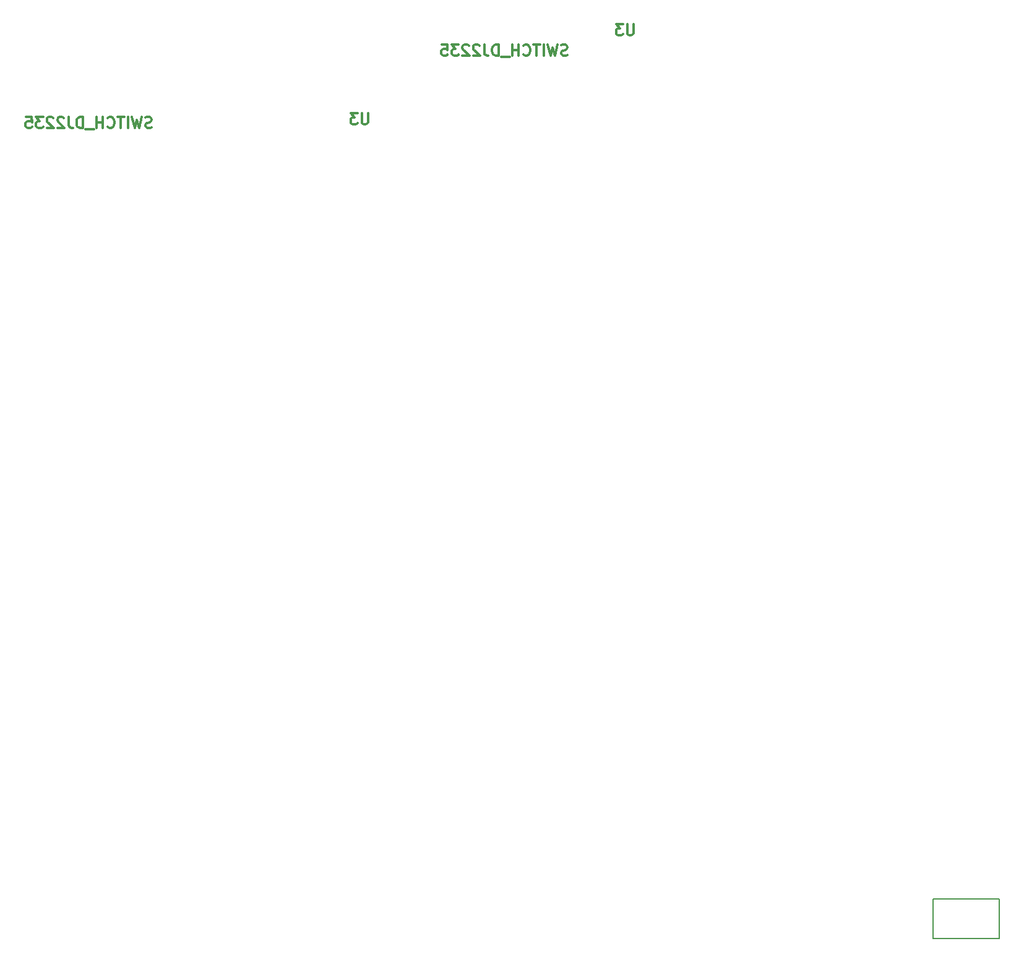
<source format=gbo>
G04 (created by PCBNEW (2013-mar-13)-testing) date Tue 09 Apr 2013 04:17:54 PM CEST*
%MOIN*%
G04 Gerber Fmt 3.4, Leading zero omitted, Abs format*
%FSLAX34Y34*%
G01*
G70*
G90*
G04 APERTURE LIST*
%ADD10C,0.00393701*%
%ADD11C,0.0079*%
%ADD12C,0.012*%
%ADD13R,0.074848X0.074848*%
%ADD14C,0.074848*%
%ADD15C,0.155748*%
%ADD16C,0.0708661*%
%ADD17R,0.075748X0.075748*%
%ADD18C,0.075748*%
%ADD19R,0.070748X0.070748*%
%ADD20C,0.070748*%
%ADD21C,0.061748*%
%ADD22C,0.085748*%
%ADD23R,0.071748X0.071748*%
%ADD24C,0.071748*%
%ADD25C,0.0826772*%
%ADD26C,0.094448*%
%ADD27C,0.055148*%
%ADD28C,0.115748*%
%ADD29C,0.047748*%
G04 APERTURE END LIST*
G54D10*
G54D11*
X48449Y-24405D02*
X44905Y-24405D01*
X44905Y-24405D02*
X44905Y-26531D01*
X44905Y-26531D02*
X48449Y-26531D01*
X48449Y-26531D02*
X48449Y-24405D01*
X48449Y-24405D02*
X44905Y-24405D01*
X44905Y-24405D02*
X44905Y-26531D01*
X44905Y-26531D02*
X48449Y-26531D01*
X48449Y-26531D02*
X48449Y-24405D01*
G54D12*
X28757Y22757D02*
X28757Y22271D01*
X28728Y22214D01*
X28700Y22185D01*
X28642Y22157D01*
X28528Y22157D01*
X28471Y22185D01*
X28442Y22214D01*
X28414Y22271D01*
X28414Y22757D01*
X28185Y22757D02*
X27814Y22757D01*
X28014Y22528D01*
X27928Y22528D01*
X27871Y22500D01*
X27842Y22471D01*
X27814Y22414D01*
X27814Y22271D01*
X27842Y22214D01*
X27871Y22185D01*
X27928Y22157D01*
X28100Y22157D01*
X28157Y22185D01*
X28185Y22214D01*
X25200Y21085D02*
X25114Y21057D01*
X24971Y21057D01*
X24914Y21085D01*
X24885Y21114D01*
X24857Y21171D01*
X24857Y21228D01*
X24885Y21285D01*
X24914Y21314D01*
X24971Y21342D01*
X25085Y21371D01*
X25142Y21400D01*
X25171Y21428D01*
X25200Y21485D01*
X25200Y21542D01*
X25171Y21600D01*
X25142Y21628D01*
X25085Y21657D01*
X24942Y21657D01*
X24857Y21628D01*
X24657Y21657D02*
X24514Y21057D01*
X24400Y21485D01*
X24285Y21057D01*
X24142Y21657D01*
X23914Y21057D02*
X23914Y21657D01*
X23714Y21657D02*
X23371Y21657D01*
X23542Y21057D02*
X23542Y21657D01*
X22828Y21114D02*
X22857Y21085D01*
X22942Y21057D01*
X23000Y21057D01*
X23085Y21085D01*
X23142Y21142D01*
X23171Y21200D01*
X23200Y21314D01*
X23200Y21400D01*
X23171Y21514D01*
X23142Y21571D01*
X23085Y21628D01*
X23000Y21657D01*
X22942Y21657D01*
X22857Y21628D01*
X22828Y21600D01*
X22571Y21057D02*
X22571Y21657D01*
X22571Y21371D02*
X22228Y21371D01*
X22228Y21057D02*
X22228Y21657D01*
X22085Y21000D02*
X21628Y21000D01*
X21485Y21057D02*
X21485Y21657D01*
X21342Y21657D01*
X21257Y21628D01*
X21200Y21571D01*
X21171Y21514D01*
X21142Y21400D01*
X21142Y21314D01*
X21171Y21200D01*
X21200Y21142D01*
X21257Y21085D01*
X21342Y21057D01*
X21485Y21057D01*
X20714Y21657D02*
X20714Y21228D01*
X20742Y21142D01*
X20800Y21085D01*
X20885Y21057D01*
X20942Y21057D01*
X20457Y21600D02*
X20428Y21628D01*
X20371Y21657D01*
X20228Y21657D01*
X20171Y21628D01*
X20142Y21600D01*
X20114Y21542D01*
X20114Y21485D01*
X20142Y21400D01*
X20485Y21057D01*
X20114Y21057D01*
X19885Y21600D02*
X19857Y21628D01*
X19800Y21657D01*
X19657Y21657D01*
X19600Y21628D01*
X19571Y21600D01*
X19542Y21542D01*
X19542Y21485D01*
X19571Y21400D01*
X19914Y21057D01*
X19542Y21057D01*
X19342Y21657D02*
X18971Y21657D01*
X19171Y21428D01*
X19085Y21428D01*
X19028Y21400D01*
X19000Y21371D01*
X18971Y21314D01*
X18971Y21171D01*
X19000Y21114D01*
X19028Y21085D01*
X19085Y21057D01*
X19257Y21057D01*
X19314Y21085D01*
X19342Y21114D01*
X18428Y21657D02*
X18714Y21657D01*
X18742Y21371D01*
X18714Y21400D01*
X18657Y21428D01*
X18514Y21428D01*
X18457Y21400D01*
X18428Y21371D01*
X18399Y21314D01*
X18399Y21171D01*
X18428Y21114D01*
X18457Y21085D01*
X18514Y21057D01*
X18657Y21057D01*
X18714Y21085D01*
X18742Y21114D01*
X14457Y17957D02*
X14457Y17471D01*
X14428Y17414D01*
X14400Y17385D01*
X14342Y17357D01*
X14228Y17357D01*
X14171Y17385D01*
X14142Y17414D01*
X14114Y17471D01*
X14114Y17957D01*
X13885Y17957D02*
X13514Y17957D01*
X13714Y17728D01*
X13628Y17728D01*
X13571Y17700D01*
X13542Y17671D01*
X13514Y17614D01*
X13514Y17471D01*
X13542Y17414D01*
X13571Y17385D01*
X13628Y17357D01*
X13800Y17357D01*
X13857Y17385D01*
X13885Y17414D01*
X2800Y17185D02*
X2714Y17157D01*
X2571Y17157D01*
X2514Y17185D01*
X2485Y17214D01*
X2457Y17271D01*
X2457Y17328D01*
X2485Y17385D01*
X2514Y17414D01*
X2571Y17442D01*
X2685Y17471D01*
X2742Y17500D01*
X2771Y17528D01*
X2800Y17585D01*
X2800Y17642D01*
X2771Y17700D01*
X2742Y17728D01*
X2685Y17757D01*
X2542Y17757D01*
X2457Y17728D01*
X2257Y17757D02*
X2114Y17157D01*
X2000Y17585D01*
X1885Y17157D01*
X1742Y17757D01*
X1514Y17157D02*
X1514Y17757D01*
X1314Y17757D02*
X971Y17757D01*
X1142Y17157D02*
X1142Y17757D01*
X428Y17214D02*
X457Y17185D01*
X542Y17157D01*
X600Y17157D01*
X685Y17185D01*
X742Y17242D01*
X771Y17300D01*
X800Y17414D01*
X800Y17500D01*
X771Y17614D01*
X742Y17671D01*
X685Y17728D01*
X600Y17757D01*
X542Y17757D01*
X457Y17728D01*
X428Y17700D01*
X171Y17157D02*
X171Y17757D01*
X171Y17471D02*
X-171Y17471D01*
X-171Y17157D02*
X-171Y17757D01*
X-314Y17100D02*
X-771Y17100D01*
X-914Y17157D02*
X-914Y17757D01*
X-1057Y17757D01*
X-1142Y17728D01*
X-1199Y17671D01*
X-1228Y17614D01*
X-1257Y17500D01*
X-1257Y17414D01*
X-1228Y17300D01*
X-1199Y17242D01*
X-1142Y17185D01*
X-1057Y17157D01*
X-914Y17157D01*
X-1685Y17757D02*
X-1685Y17328D01*
X-1657Y17242D01*
X-1599Y17185D01*
X-1514Y17157D01*
X-1457Y17157D01*
X-1942Y17700D02*
X-1971Y17728D01*
X-2028Y17757D01*
X-2171Y17757D01*
X-2228Y17728D01*
X-2257Y17700D01*
X-2285Y17642D01*
X-2285Y17585D01*
X-2257Y17500D01*
X-1914Y17157D01*
X-2285Y17157D01*
X-2514Y17700D02*
X-2542Y17728D01*
X-2600Y17757D01*
X-2742Y17757D01*
X-2800Y17728D01*
X-2828Y17700D01*
X-2857Y17642D01*
X-2857Y17585D01*
X-2828Y17500D01*
X-2485Y17157D01*
X-2857Y17157D01*
X-3057Y17757D02*
X-3428Y17757D01*
X-3228Y17528D01*
X-3314Y17528D01*
X-3371Y17500D01*
X-3400Y17471D01*
X-3428Y17414D01*
X-3428Y17271D01*
X-3400Y17214D01*
X-3371Y17185D01*
X-3314Y17157D01*
X-3142Y17157D01*
X-3085Y17185D01*
X-3057Y17214D01*
X-3971Y17757D02*
X-3685Y17757D01*
X-3657Y17471D01*
X-3685Y17500D01*
X-3742Y17528D01*
X-3885Y17528D01*
X-3942Y17500D01*
X-3971Y17471D01*
X-4000Y17414D01*
X-4000Y17271D01*
X-3971Y17214D01*
X-3942Y17185D01*
X-3885Y17157D01*
X-3742Y17157D01*
X-3685Y17185D01*
X-3657Y17214D01*
%LPC*%
G54D13*
X28000Y-29000D03*
G54D14*
X27000Y-29000D03*
X26000Y-29000D03*
X25000Y-29000D03*
X24000Y-29000D03*
X23000Y-29000D03*
X22000Y-29000D03*
X21000Y-29000D03*
X20000Y-29000D03*
X19000Y-29000D03*
X18000Y-29000D03*
X17000Y-29000D03*
X16000Y-29000D03*
X15000Y-29000D03*
G54D13*
X31000Y-13000D03*
G54D14*
X31000Y-14000D03*
X31000Y-15000D03*
X31000Y-16000D03*
X31000Y-17000D03*
X31000Y-18000D03*
X31000Y-19000D03*
X31000Y-20000D03*
X31000Y-21000D03*
X31000Y-22000D03*
X31000Y-23000D03*
X31000Y-24000D03*
X31000Y-25000D03*
X31000Y-26000D03*
G54D13*
X13000Y-26000D03*
G54D14*
X13000Y-25000D03*
X13000Y-24000D03*
X13000Y-23000D03*
X13000Y-22000D03*
X13000Y-21000D03*
X13000Y-20000D03*
X13000Y-19000D03*
X13000Y-18000D03*
X13000Y-17000D03*
X13000Y-16000D03*
X13000Y-15000D03*
X13000Y-14000D03*
X13000Y-13000D03*
G54D13*
X12000Y-26000D03*
G54D14*
X12000Y-25000D03*
X12000Y-24000D03*
X12000Y-23000D03*
X12000Y-22000D03*
X12000Y-21000D03*
X12000Y-20000D03*
X12000Y-19000D03*
X12000Y-18000D03*
X12000Y-17000D03*
X12000Y-16000D03*
X12000Y-15000D03*
X12000Y-14000D03*
X12000Y-13000D03*
G54D13*
X30000Y-13000D03*
G54D14*
X30000Y-14000D03*
X30000Y-15000D03*
X30000Y-16000D03*
X30000Y-17000D03*
X30000Y-18000D03*
X30000Y-19000D03*
X30000Y-20000D03*
X30000Y-21000D03*
X30000Y-22000D03*
X30000Y-23000D03*
X30000Y-24000D03*
X30000Y-25000D03*
X30000Y-26000D03*
G54D13*
X28000Y-28000D03*
G54D14*
X27000Y-28000D03*
X26000Y-28000D03*
X25000Y-28000D03*
X24000Y-28000D03*
X23000Y-28000D03*
X22000Y-28000D03*
X21000Y-28000D03*
X20000Y-28000D03*
X19000Y-28000D03*
X18000Y-28000D03*
X17000Y-28000D03*
X16000Y-28000D03*
X15000Y-28000D03*
G54D15*
X12000Y-29000D03*
X31000Y-10000D03*
G54D16*
X28500Y-25750D03*
X28000Y-26250D03*
X27500Y-25750D03*
X26000Y-25750D03*
X25500Y-26250D03*
X25000Y-25750D03*
G54D17*
X20000Y-21600D03*
G54D18*
X20000Y-22600D03*
X20000Y-23600D03*
X20000Y-24600D03*
X23000Y-24600D03*
X23000Y-23600D03*
X23000Y-22600D03*
X23000Y-21600D03*
G54D19*
X15500Y-26000D03*
G54D20*
X16500Y-26000D03*
X17500Y-26000D03*
G54D17*
X25000Y-20500D03*
G54D18*
X26000Y-20500D03*
G54D17*
X17000Y-15500D03*
G54D18*
X18000Y-15500D03*
G54D17*
X28500Y-20500D03*
G54D18*
X28500Y-21500D03*
G54D17*
X28500Y-23000D03*
G54D18*
X28500Y-24000D03*
G54D17*
X25500Y-24000D03*
G54D18*
X25500Y-23000D03*
G54D17*
X25000Y-15500D03*
G54D18*
X26000Y-15500D03*
G54D17*
X17000Y-20500D03*
G54D18*
X18000Y-20500D03*
G54D21*
X16614Y-18885D03*
X17500Y-18885D03*
X18385Y-18885D03*
X18385Y-17114D03*
X16614Y-17114D03*
G54D22*
X19074Y-18000D03*
X15925Y-18000D03*
G54D21*
X26385Y-17114D03*
X25500Y-17114D03*
X24614Y-17114D03*
X24614Y-18885D03*
X26385Y-18885D03*
G54D22*
X23925Y-18000D03*
X27074Y-18000D03*
G54D23*
X24000Y-12000D03*
G54D24*
X27000Y-12000D03*
G54D23*
X16000Y-12000D03*
G54D24*
X19000Y-12000D03*
G54D14*
X46677Y-24838D03*
X45693Y-24838D03*
X47661Y-24838D03*
X47661Y-26098D03*
X46677Y-26098D03*
X45693Y-26098D03*
G54D17*
X40000Y-26750D03*
G54D18*
X39000Y-26750D03*
G54D25*
X34701Y-21500D03*
X52299Y-21500D03*
X52299Y-15500D03*
X34701Y-15500D03*
G54D15*
X53000Y-10000D03*
X34000Y-29000D03*
G54D17*
X51300Y-25260D03*
G54D18*
X52300Y-25260D03*
G54D13*
X37000Y-10000D03*
G54D14*
X38000Y-10000D03*
X39000Y-10000D03*
X40000Y-10000D03*
X41000Y-10000D03*
X42000Y-10000D03*
X43000Y-10000D03*
X44000Y-10000D03*
X45000Y-10000D03*
X46000Y-10000D03*
X47000Y-10000D03*
X48000Y-10000D03*
X49000Y-10000D03*
X50000Y-10000D03*
G54D13*
X50000Y-29000D03*
G54D14*
X49000Y-29000D03*
X48000Y-29000D03*
X47000Y-29000D03*
X46000Y-29000D03*
X45000Y-29000D03*
X44000Y-29000D03*
X43000Y-29000D03*
X42000Y-29000D03*
X41000Y-29000D03*
X40000Y-29000D03*
X39000Y-29000D03*
X38000Y-29000D03*
X37000Y-29000D03*
G54D13*
X50000Y-28000D03*
G54D14*
X49000Y-28000D03*
X48000Y-28000D03*
X47000Y-28000D03*
X46000Y-28000D03*
X45000Y-28000D03*
X44000Y-28000D03*
X43000Y-28000D03*
X42000Y-28000D03*
X41000Y-28000D03*
X40000Y-28000D03*
X39000Y-28000D03*
X38000Y-28000D03*
X37000Y-28000D03*
G54D13*
X37000Y-11000D03*
G54D14*
X38000Y-11000D03*
X39000Y-11000D03*
X40000Y-11000D03*
X41000Y-11000D03*
X42000Y-11000D03*
X43000Y-11000D03*
X44000Y-11000D03*
X45000Y-11000D03*
X46000Y-11000D03*
X47000Y-11000D03*
X48000Y-11000D03*
X49000Y-11000D03*
X50000Y-11000D03*
G54D13*
X28000Y-29000D03*
G54D14*
X27000Y-29000D03*
X26000Y-29000D03*
X25000Y-29000D03*
X24000Y-29000D03*
X23000Y-29000D03*
X22000Y-29000D03*
X21000Y-29000D03*
X20000Y-29000D03*
X19000Y-29000D03*
X18000Y-29000D03*
X17000Y-29000D03*
X16000Y-29000D03*
X15000Y-29000D03*
G54D13*
X31000Y-13000D03*
G54D14*
X31000Y-14000D03*
X31000Y-15000D03*
X31000Y-16000D03*
X31000Y-17000D03*
X31000Y-18000D03*
X31000Y-19000D03*
X31000Y-20000D03*
X31000Y-21000D03*
X31000Y-22000D03*
X31000Y-23000D03*
X31000Y-24000D03*
X31000Y-25000D03*
X31000Y-26000D03*
G54D13*
X13000Y-26000D03*
G54D14*
X13000Y-25000D03*
X13000Y-24000D03*
X13000Y-23000D03*
X13000Y-22000D03*
X13000Y-21000D03*
X13000Y-20000D03*
X13000Y-19000D03*
X13000Y-18000D03*
X13000Y-17000D03*
X13000Y-16000D03*
X13000Y-15000D03*
X13000Y-14000D03*
X13000Y-13000D03*
G54D13*
X12000Y-26000D03*
G54D14*
X12000Y-25000D03*
X12000Y-24000D03*
X12000Y-23000D03*
X12000Y-22000D03*
X12000Y-21000D03*
X12000Y-20000D03*
X12000Y-19000D03*
X12000Y-18000D03*
X12000Y-17000D03*
X12000Y-16000D03*
X12000Y-15000D03*
X12000Y-14000D03*
X12000Y-13000D03*
G54D13*
X30000Y-13000D03*
G54D14*
X30000Y-14000D03*
X30000Y-15000D03*
X30000Y-16000D03*
X30000Y-17000D03*
X30000Y-18000D03*
X30000Y-19000D03*
X30000Y-20000D03*
X30000Y-21000D03*
X30000Y-22000D03*
X30000Y-23000D03*
X30000Y-24000D03*
X30000Y-25000D03*
X30000Y-26000D03*
G54D13*
X28000Y-28000D03*
G54D14*
X27000Y-28000D03*
X26000Y-28000D03*
X25000Y-28000D03*
X24000Y-28000D03*
X23000Y-28000D03*
X22000Y-28000D03*
X21000Y-28000D03*
X20000Y-28000D03*
X19000Y-28000D03*
X18000Y-28000D03*
X17000Y-28000D03*
X16000Y-28000D03*
X15000Y-28000D03*
G54D15*
X12000Y-29000D03*
X31000Y-10000D03*
G54D16*
X28500Y-25750D03*
X28000Y-26250D03*
X27500Y-25750D03*
X26000Y-25750D03*
X25500Y-26250D03*
X25000Y-25750D03*
G54D17*
X20000Y-21600D03*
G54D18*
X20000Y-22600D03*
X20000Y-23600D03*
X20000Y-24600D03*
X23000Y-24600D03*
X23000Y-23600D03*
X23000Y-22600D03*
X23000Y-21600D03*
G54D19*
X15500Y-26000D03*
G54D20*
X16500Y-26000D03*
X17500Y-26000D03*
G54D17*
X25000Y-20500D03*
G54D18*
X26000Y-20500D03*
G54D17*
X17000Y-15500D03*
G54D18*
X18000Y-15500D03*
G54D17*
X28500Y-20500D03*
G54D18*
X28500Y-21500D03*
G54D17*
X28500Y-23000D03*
G54D18*
X28500Y-24000D03*
G54D17*
X25500Y-24000D03*
G54D18*
X25500Y-23000D03*
G54D17*
X25000Y-15500D03*
G54D18*
X26000Y-15500D03*
G54D17*
X17000Y-20500D03*
G54D18*
X18000Y-20500D03*
G54D21*
X16614Y-18885D03*
X17500Y-18885D03*
X18385Y-18885D03*
X18385Y-17114D03*
X16614Y-17114D03*
G54D22*
X19074Y-18000D03*
X15925Y-18000D03*
G54D21*
X26385Y-17114D03*
X25500Y-17114D03*
X24614Y-17114D03*
X24614Y-18885D03*
X26385Y-18885D03*
G54D22*
X23925Y-18000D03*
X27074Y-18000D03*
G54D23*
X24000Y-12000D03*
G54D24*
X27000Y-12000D03*
G54D23*
X16000Y-12000D03*
G54D24*
X19000Y-12000D03*
G54D14*
X46677Y-24838D03*
X45693Y-24838D03*
X47661Y-24838D03*
X47661Y-26098D03*
X46677Y-26098D03*
X45693Y-26098D03*
G54D17*
X40000Y-26750D03*
G54D18*
X39000Y-26750D03*
G54D25*
X34701Y-21500D03*
X52299Y-21500D03*
X52299Y-15500D03*
X34701Y-15500D03*
G54D15*
X53000Y-10000D03*
X34000Y-29000D03*
G54D17*
X51300Y-25260D03*
G54D18*
X52300Y-25260D03*
G54D13*
X37000Y-10000D03*
G54D14*
X38000Y-10000D03*
X39000Y-10000D03*
X40000Y-10000D03*
X41000Y-10000D03*
X42000Y-10000D03*
X43000Y-10000D03*
X44000Y-10000D03*
X45000Y-10000D03*
X46000Y-10000D03*
X47000Y-10000D03*
X48000Y-10000D03*
X49000Y-10000D03*
X50000Y-10000D03*
G54D13*
X50000Y-29000D03*
G54D14*
X49000Y-29000D03*
X48000Y-29000D03*
X47000Y-29000D03*
X46000Y-29000D03*
X45000Y-29000D03*
X44000Y-29000D03*
X43000Y-29000D03*
X42000Y-29000D03*
X41000Y-29000D03*
X40000Y-29000D03*
X39000Y-29000D03*
X38000Y-29000D03*
X37000Y-29000D03*
G54D13*
X50000Y-28000D03*
G54D14*
X49000Y-28000D03*
X48000Y-28000D03*
X47000Y-28000D03*
X46000Y-28000D03*
X45000Y-28000D03*
X44000Y-28000D03*
X43000Y-28000D03*
X42000Y-28000D03*
X41000Y-28000D03*
X40000Y-28000D03*
X39000Y-28000D03*
X38000Y-28000D03*
X37000Y-28000D03*
G54D13*
X37000Y-11000D03*
G54D14*
X38000Y-11000D03*
X39000Y-11000D03*
X40000Y-11000D03*
X41000Y-11000D03*
X42000Y-11000D03*
X43000Y-11000D03*
X44000Y-11000D03*
X45000Y-11000D03*
X46000Y-11000D03*
X47000Y-11000D03*
X48000Y-11000D03*
X49000Y-11000D03*
X50000Y-11000D03*
G54D17*
X69858Y-25721D03*
G54D18*
X69858Y-26721D03*
G54D17*
X67496Y-25721D03*
G54D18*
X67496Y-26721D03*
G54D17*
X68500Y-9750D03*
G54D18*
X68500Y-10750D03*
X67500Y-9750D03*
X67500Y-10750D03*
X66500Y-9750D03*
X66500Y-10750D03*
X65500Y-9750D03*
X65500Y-10750D03*
X64500Y-9750D03*
X64500Y-10750D03*
X63500Y-9750D03*
X63500Y-10750D03*
X62500Y-9750D03*
X62500Y-10750D03*
G54D14*
X74596Y-10000D03*
X72904Y-10000D03*
G54D26*
X75128Y-10984D03*
X72372Y-10984D03*
G54D15*
X75000Y-29000D03*
X56000Y-29000D03*
G54D13*
X72000Y-29000D03*
G54D14*
X71000Y-29000D03*
X70000Y-29000D03*
X69000Y-29000D03*
X68000Y-29000D03*
X67000Y-29000D03*
X66000Y-29000D03*
X65000Y-29000D03*
X64000Y-29000D03*
X63000Y-29000D03*
X62000Y-29000D03*
X61000Y-29000D03*
X60000Y-29000D03*
X59000Y-29000D03*
G54D13*
X56000Y-26000D03*
G54D14*
X56000Y-25000D03*
X56000Y-24000D03*
X56000Y-23000D03*
X56000Y-22000D03*
X56000Y-21000D03*
X56000Y-20000D03*
X56000Y-19000D03*
X56000Y-18000D03*
X56000Y-17000D03*
X56000Y-16000D03*
X56000Y-15000D03*
X56000Y-14000D03*
X56000Y-13000D03*
G54D13*
X57000Y-26000D03*
G54D14*
X57000Y-25000D03*
X57000Y-24000D03*
X57000Y-23000D03*
X57000Y-22000D03*
X57000Y-21000D03*
X57000Y-20000D03*
X57000Y-19000D03*
X57000Y-18000D03*
X57000Y-17000D03*
X57000Y-16000D03*
X57000Y-15000D03*
X57000Y-14000D03*
X57000Y-13000D03*
G54D13*
X72000Y-28000D03*
G54D14*
X71000Y-28000D03*
X70000Y-28000D03*
X69000Y-28000D03*
X68000Y-28000D03*
X67000Y-28000D03*
X66000Y-28000D03*
X65000Y-28000D03*
X64000Y-28000D03*
X63000Y-28000D03*
X62000Y-28000D03*
X61000Y-28000D03*
X60000Y-28000D03*
X59000Y-28000D03*
G54D13*
X75000Y-13000D03*
G54D14*
X75000Y-14000D03*
X75000Y-15000D03*
X75000Y-16000D03*
X75000Y-17000D03*
X75000Y-18000D03*
X75000Y-19000D03*
X75000Y-20000D03*
X75000Y-21000D03*
X75000Y-22000D03*
X75000Y-23000D03*
X75000Y-24000D03*
X75000Y-25000D03*
X75000Y-26000D03*
G54D13*
X74000Y-13000D03*
G54D14*
X74000Y-14000D03*
X74000Y-15000D03*
X74000Y-16000D03*
X74000Y-17000D03*
X74000Y-18000D03*
X74000Y-19000D03*
X74000Y-20000D03*
X74000Y-21000D03*
X74000Y-22000D03*
X74000Y-23000D03*
X74000Y-24000D03*
X74000Y-25000D03*
X74000Y-26000D03*
G54D27*
X56488Y-10850D03*
X58220Y-10850D03*
G54D28*
X12000Y-51000D03*
G54D13*
X12000Y-48000D03*
G54D14*
X12000Y-47000D03*
X12000Y-46000D03*
X12000Y-45000D03*
X12000Y-44000D03*
X12000Y-43000D03*
X12000Y-42000D03*
X12000Y-41000D03*
X12000Y-40000D03*
X12000Y-39000D03*
X12000Y-38000D03*
X12000Y-37000D03*
X12000Y-36000D03*
X12000Y-35000D03*
G54D13*
X31000Y-35000D03*
G54D14*
X31000Y-36000D03*
X31000Y-37000D03*
X31000Y-38000D03*
X31000Y-39000D03*
X31000Y-40000D03*
X31000Y-41000D03*
X31000Y-42000D03*
X31000Y-43000D03*
X31000Y-44000D03*
X31000Y-45000D03*
X31000Y-46000D03*
X31000Y-47000D03*
X31000Y-48000D03*
G54D13*
X15000Y-32000D03*
G54D14*
X16000Y-32000D03*
X17000Y-32000D03*
X18000Y-32000D03*
X19000Y-32000D03*
X20000Y-32000D03*
X21000Y-32000D03*
X22000Y-32000D03*
X23000Y-32000D03*
X24000Y-32000D03*
X25000Y-32000D03*
X26000Y-32000D03*
X27000Y-32000D03*
X28000Y-32000D03*
G54D13*
X15000Y-33000D03*
G54D14*
X16000Y-33000D03*
X17000Y-33000D03*
X18000Y-33000D03*
X19000Y-33000D03*
X20000Y-33000D03*
X21000Y-33000D03*
X22000Y-33000D03*
X23000Y-33000D03*
X24000Y-33000D03*
X25000Y-33000D03*
X26000Y-33000D03*
X27000Y-33000D03*
X28000Y-33000D03*
G54D13*
X30000Y-35000D03*
G54D14*
X30000Y-36000D03*
X30000Y-37000D03*
X30000Y-38000D03*
X30000Y-39000D03*
X30000Y-40000D03*
X30000Y-41000D03*
X30000Y-42000D03*
X30000Y-43000D03*
X30000Y-44000D03*
X30000Y-45000D03*
X30000Y-46000D03*
X30000Y-47000D03*
X30000Y-48000D03*
G54D13*
X13000Y-48000D03*
G54D14*
X13000Y-47000D03*
X13000Y-46000D03*
X13000Y-45000D03*
X13000Y-44000D03*
X13000Y-43000D03*
X13000Y-42000D03*
X13000Y-41000D03*
X13000Y-40000D03*
X13000Y-39000D03*
X13000Y-38000D03*
X13000Y-37000D03*
X13000Y-36000D03*
X13000Y-35000D03*
G54D15*
X31000Y-32000D03*
G54D17*
X36400Y-47000D03*
G54D18*
X36400Y-48000D03*
G54D13*
X37000Y-32000D03*
G54D14*
X38000Y-32000D03*
X39000Y-32000D03*
X40000Y-32000D03*
X41000Y-32000D03*
X42000Y-32000D03*
X43000Y-32000D03*
X44000Y-32000D03*
X45000Y-32000D03*
X46000Y-32000D03*
X47000Y-32000D03*
X48000Y-32000D03*
X49000Y-32000D03*
X50000Y-32000D03*
G54D13*
X50000Y-51000D03*
G54D14*
X49000Y-51000D03*
X48000Y-51000D03*
X47000Y-51000D03*
X46000Y-51000D03*
X45000Y-51000D03*
X44000Y-51000D03*
X43000Y-51000D03*
X42000Y-51000D03*
X41000Y-51000D03*
X40000Y-51000D03*
X39000Y-51000D03*
X38000Y-51000D03*
X37000Y-51000D03*
G54D13*
X53000Y-35000D03*
G54D14*
X53000Y-36000D03*
X53000Y-37000D03*
X53000Y-38000D03*
X53000Y-39000D03*
X53000Y-40000D03*
X53000Y-41000D03*
X53000Y-42000D03*
X53000Y-43000D03*
X53000Y-44000D03*
X53000Y-45000D03*
X53000Y-46000D03*
X53000Y-47000D03*
X53000Y-48000D03*
G54D13*
X35000Y-48000D03*
G54D14*
X35000Y-47000D03*
X35000Y-46000D03*
X35000Y-45000D03*
X35000Y-44000D03*
X35000Y-43000D03*
X35000Y-42000D03*
X35000Y-41000D03*
X35000Y-40000D03*
X35000Y-39000D03*
X35000Y-38000D03*
X35000Y-37000D03*
X35000Y-36000D03*
X35000Y-35000D03*
G54D13*
X34000Y-48000D03*
G54D14*
X34000Y-47000D03*
X34000Y-46000D03*
X34000Y-45000D03*
X34000Y-44000D03*
X34000Y-43000D03*
X34000Y-42000D03*
X34000Y-41000D03*
X34000Y-40000D03*
X34000Y-39000D03*
X34000Y-38000D03*
X34000Y-37000D03*
X34000Y-36000D03*
X34000Y-35000D03*
G54D13*
X52000Y-35000D03*
G54D14*
X52000Y-36000D03*
X52000Y-37000D03*
X52000Y-38000D03*
X52000Y-39000D03*
X52000Y-40000D03*
X52000Y-41000D03*
X52000Y-42000D03*
X52000Y-43000D03*
X52000Y-44000D03*
X52000Y-45000D03*
X52000Y-46000D03*
X52000Y-47000D03*
X52000Y-48000D03*
G54D13*
X50000Y-50000D03*
G54D14*
X49000Y-50000D03*
X48000Y-50000D03*
X47000Y-50000D03*
X46000Y-50000D03*
X45000Y-50000D03*
X44000Y-50000D03*
X43000Y-50000D03*
X42000Y-50000D03*
X41000Y-50000D03*
X40000Y-50000D03*
X39000Y-50000D03*
X38000Y-50000D03*
X37000Y-50000D03*
G54D13*
X37000Y-33000D03*
G54D14*
X38000Y-33000D03*
X39000Y-33000D03*
X40000Y-33000D03*
X41000Y-33000D03*
X42000Y-33000D03*
X43000Y-33000D03*
X44000Y-33000D03*
X45000Y-33000D03*
X46000Y-33000D03*
X47000Y-33000D03*
X48000Y-33000D03*
X49000Y-33000D03*
X50000Y-33000D03*
G54D15*
X34000Y-51000D03*
X53000Y-32000D03*
G54D13*
X59000Y-32000D03*
G54D14*
X60000Y-32000D03*
X61000Y-32000D03*
X62000Y-32000D03*
X63000Y-32000D03*
X64000Y-32000D03*
X65000Y-32000D03*
X66000Y-32000D03*
X67000Y-32000D03*
X68000Y-32000D03*
X69000Y-32000D03*
X70000Y-32000D03*
X71000Y-32000D03*
X72000Y-32000D03*
G54D13*
X72000Y-51000D03*
G54D14*
X71000Y-51000D03*
X70000Y-51000D03*
X69000Y-51000D03*
X68000Y-51000D03*
X67000Y-51000D03*
X66000Y-51000D03*
X65000Y-51000D03*
X64000Y-51000D03*
X63000Y-51000D03*
X62000Y-51000D03*
X61000Y-51000D03*
X60000Y-51000D03*
X59000Y-51000D03*
G54D13*
X72000Y-50000D03*
G54D14*
X71000Y-50000D03*
X70000Y-50000D03*
X69000Y-50000D03*
X68000Y-50000D03*
X67000Y-50000D03*
X66000Y-50000D03*
X65000Y-50000D03*
X64000Y-50000D03*
X63000Y-50000D03*
X62000Y-50000D03*
X61000Y-50000D03*
X60000Y-50000D03*
X59000Y-50000D03*
G54D13*
X59000Y-33000D03*
G54D14*
X60000Y-33000D03*
X61000Y-33000D03*
X62000Y-33000D03*
X63000Y-33000D03*
X64000Y-33000D03*
X65000Y-33000D03*
X66000Y-33000D03*
X67000Y-33000D03*
X68000Y-33000D03*
X69000Y-33000D03*
X70000Y-33000D03*
X71000Y-33000D03*
X72000Y-33000D03*
G54D15*
X56000Y-51000D03*
G54D28*
X75000Y-32000D03*
G54D19*
X75200Y-48800D03*
G54D20*
X74200Y-48800D03*
X73200Y-48800D03*
X72200Y-48800D03*
X71200Y-48800D03*
X70200Y-48800D03*
X69200Y-48800D03*
G54D13*
X75200Y-47550D03*
G54D14*
X75200Y-46550D03*
X75200Y-45550D03*
X75200Y-44550D03*
X75200Y-43550D03*
G54D24*
X72600Y-41000D03*
X74600Y-41000D03*
G54D29*
X59800Y-41550D03*
X59800Y-43550D03*
M02*

</source>
